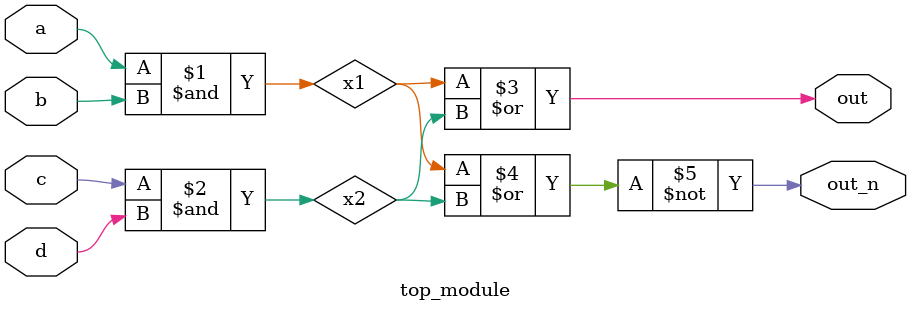
<source format=v>
`default_nettype none
module top_module (
    input  wire a,
    input  wire b,
    input  wire c,
    input  wire d,
    output wire out,
    output wire out_n
);
    wire x1;
    wire x2;
    assign x1 = a & b;
    assign x2 = c & d;
    assign out = x1 | x2;
    assign out_n = ~(x1 | x2);


endmodule

</source>
